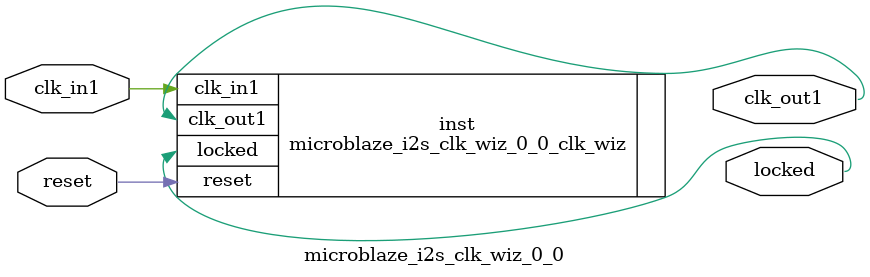
<source format=v>


`timescale 1ps/1ps

(* CORE_GENERATION_INFO = "microblaze_i2s_clk_wiz_0_0,clk_wiz_v6_0_4_0_0,{component_name=microblaze_i2s_clk_wiz_0_0,use_phase_alignment=true,use_min_o_jitter=false,use_max_i_jitter=false,use_dyn_phase_shift=false,use_inclk_switchover=false,use_dyn_reconfig=false,enable_axi=0,feedback_source=FDBK_AUTO,PRIMITIVE=MMCM,num_out_clk=1,clkin1_period=10.000,clkin2_period=10.000,use_power_down=false,use_reset=true,use_locked=true,use_inclk_stopped=false,feedback_type=SINGLE,CLOCK_MGR_TYPE=NA,manual_override=false}" *)

module microblaze_i2s_clk_wiz_0_0 
 (
  // Clock out ports
  output        clk_out1,
  // Status and control signals
  input         reset,
  output        locked,
 // Clock in ports
  input         clk_in1
 );

  microblaze_i2s_clk_wiz_0_0_clk_wiz inst
  (
  // Clock out ports  
  .clk_out1(clk_out1),
  // Status and control signals               
  .reset(reset), 
  .locked(locked),
 // Clock in ports
  .clk_in1(clk_in1)
  );

endmodule

</source>
